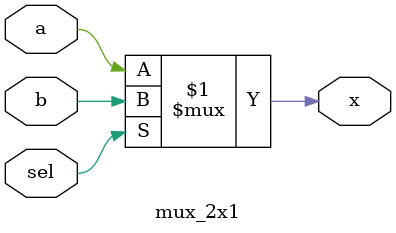
<source format=v>
module mux_2x1 (
    input a,
    input b,
    input sel,
    output x
);
    // Select b if sel is 1, otherwise select a
    assign x = sel ? b : a;
endmodule
</source>
